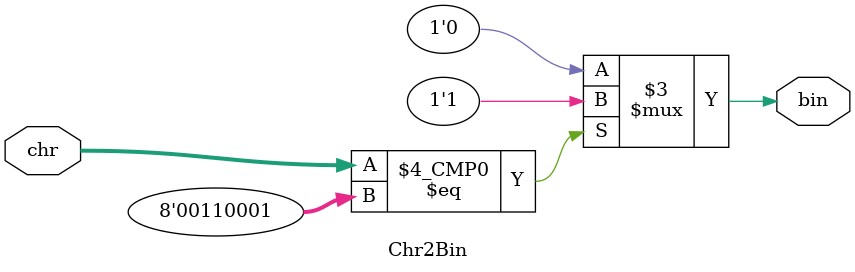
<source format=v>
module Chr2Bin(chr, bin);
	input [7:0] chr;
	output reg bin;
	
	always @(*) begin
		case (chr)
			8'd48: bin <= 0;
			8'd49: bin <= 1;
			default: bin <= 0;
		endcase
	end
	
endmodule

</source>
